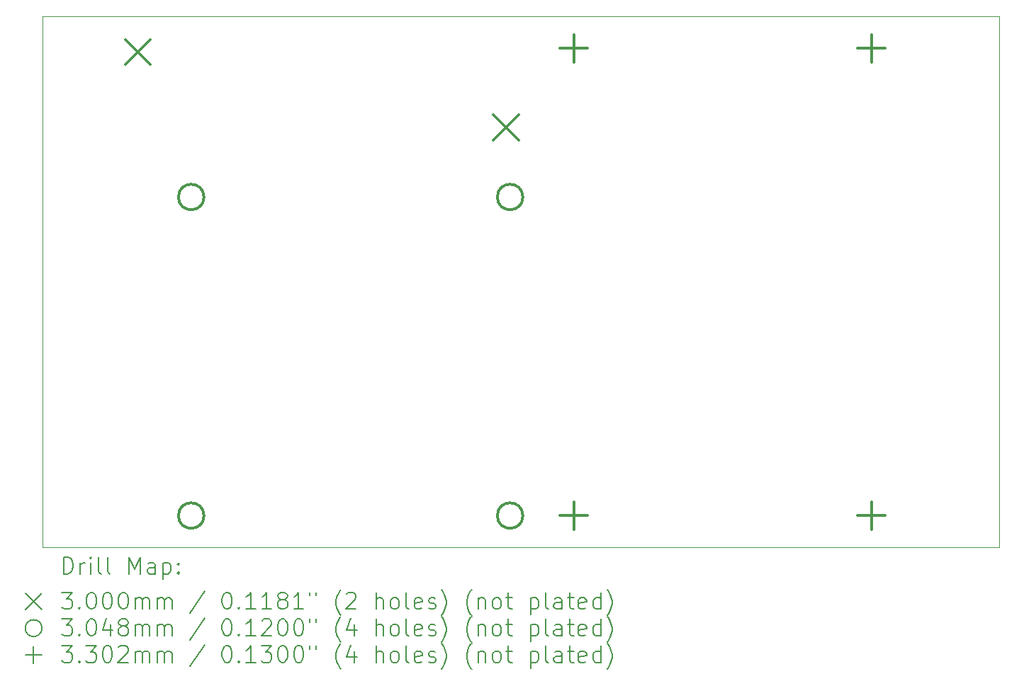
<source format=gbr>
%FSLAX45Y45*%
G04 Gerber Fmt 4.5, Leading zero omitted, Abs format (unit mm)*
G04 Created by KiCad (PCBNEW (6.0.5-0)) date 2022-08-12 12:05:39*
%MOMM*%
%LPD*%
G01*
G04 APERTURE LIST*
%TA.AperFunction,Profile*%
%ADD10C,0.100000*%
%TD*%
%ADD11C,0.200000*%
%ADD12C,0.300000*%
%ADD13C,0.304800*%
%ADD14C,0.330200*%
G04 APERTURE END LIST*
D10*
X9144000Y-6223000D02*
X20574000Y-6223000D01*
X20574000Y-6223000D02*
X20574000Y-12573000D01*
X20574000Y-12573000D02*
X9144000Y-12573000D01*
X9144000Y-12573000D02*
X9144000Y-6223000D01*
D11*
D12*
X10134100Y-6499300D02*
X10434100Y-6799300D01*
X10434100Y-6499300D02*
X10134100Y-6799300D01*
X14534100Y-7399300D02*
X14834100Y-7699300D01*
X14834100Y-7399300D02*
X14534100Y-7699300D01*
D13*
X11074400Y-8382000D02*
G75*
G03*
X11074400Y-8382000I-152400J0D01*
G01*
X11074400Y-12192000D02*
G75*
G03*
X11074400Y-12192000I-152400J0D01*
G01*
X14884400Y-8382000D02*
G75*
G03*
X14884400Y-8382000I-152400J0D01*
G01*
X14884400Y-12192000D02*
G75*
G03*
X14884400Y-12192000I-152400J0D01*
G01*
D14*
X15494000Y-6438900D02*
X15494000Y-6769100D01*
X15328900Y-6604000D02*
X15659100Y-6604000D01*
X15494000Y-12026900D02*
X15494000Y-12357100D01*
X15328900Y-12192000D02*
X15659100Y-12192000D01*
X19050000Y-6438900D02*
X19050000Y-6769100D01*
X18884900Y-6604000D02*
X19215100Y-6604000D01*
X19050000Y-12026900D02*
X19050000Y-12357100D01*
X18884900Y-12192000D02*
X19215100Y-12192000D01*
D11*
X9396619Y-12888476D02*
X9396619Y-12688476D01*
X9444238Y-12688476D01*
X9472810Y-12698000D01*
X9491857Y-12717048D01*
X9501381Y-12736095D01*
X9510905Y-12774190D01*
X9510905Y-12802762D01*
X9501381Y-12840857D01*
X9491857Y-12859905D01*
X9472810Y-12878952D01*
X9444238Y-12888476D01*
X9396619Y-12888476D01*
X9596619Y-12888476D02*
X9596619Y-12755143D01*
X9596619Y-12793238D02*
X9606143Y-12774190D01*
X9615667Y-12764667D01*
X9634714Y-12755143D01*
X9653762Y-12755143D01*
X9720429Y-12888476D02*
X9720429Y-12755143D01*
X9720429Y-12688476D02*
X9710905Y-12698000D01*
X9720429Y-12707524D01*
X9729952Y-12698000D01*
X9720429Y-12688476D01*
X9720429Y-12707524D01*
X9844238Y-12888476D02*
X9825190Y-12878952D01*
X9815667Y-12859905D01*
X9815667Y-12688476D01*
X9949000Y-12888476D02*
X9929952Y-12878952D01*
X9920429Y-12859905D01*
X9920429Y-12688476D01*
X10177571Y-12888476D02*
X10177571Y-12688476D01*
X10244238Y-12831333D01*
X10310905Y-12688476D01*
X10310905Y-12888476D01*
X10491857Y-12888476D02*
X10491857Y-12783714D01*
X10482333Y-12764667D01*
X10463286Y-12755143D01*
X10425190Y-12755143D01*
X10406143Y-12764667D01*
X10491857Y-12878952D02*
X10472810Y-12888476D01*
X10425190Y-12888476D01*
X10406143Y-12878952D01*
X10396619Y-12859905D01*
X10396619Y-12840857D01*
X10406143Y-12821809D01*
X10425190Y-12812286D01*
X10472810Y-12812286D01*
X10491857Y-12802762D01*
X10587095Y-12755143D02*
X10587095Y-12955143D01*
X10587095Y-12764667D02*
X10606143Y-12755143D01*
X10644238Y-12755143D01*
X10663286Y-12764667D01*
X10672810Y-12774190D01*
X10682333Y-12793238D01*
X10682333Y-12850381D01*
X10672810Y-12869428D01*
X10663286Y-12878952D01*
X10644238Y-12888476D01*
X10606143Y-12888476D01*
X10587095Y-12878952D01*
X10768048Y-12869428D02*
X10777571Y-12878952D01*
X10768048Y-12888476D01*
X10758524Y-12878952D01*
X10768048Y-12869428D01*
X10768048Y-12888476D01*
X10768048Y-12764667D02*
X10777571Y-12774190D01*
X10768048Y-12783714D01*
X10758524Y-12774190D01*
X10768048Y-12764667D01*
X10768048Y-12783714D01*
X8939000Y-13118000D02*
X9139000Y-13318000D01*
X9139000Y-13118000D02*
X8939000Y-13318000D01*
X9377571Y-13108476D02*
X9501381Y-13108476D01*
X9434714Y-13184667D01*
X9463286Y-13184667D01*
X9482333Y-13194190D01*
X9491857Y-13203714D01*
X9501381Y-13222762D01*
X9501381Y-13270381D01*
X9491857Y-13289428D01*
X9482333Y-13298952D01*
X9463286Y-13308476D01*
X9406143Y-13308476D01*
X9387095Y-13298952D01*
X9377571Y-13289428D01*
X9587095Y-13289428D02*
X9596619Y-13298952D01*
X9587095Y-13308476D01*
X9577571Y-13298952D01*
X9587095Y-13289428D01*
X9587095Y-13308476D01*
X9720429Y-13108476D02*
X9739476Y-13108476D01*
X9758524Y-13118000D01*
X9768048Y-13127524D01*
X9777571Y-13146571D01*
X9787095Y-13184667D01*
X9787095Y-13232286D01*
X9777571Y-13270381D01*
X9768048Y-13289428D01*
X9758524Y-13298952D01*
X9739476Y-13308476D01*
X9720429Y-13308476D01*
X9701381Y-13298952D01*
X9691857Y-13289428D01*
X9682333Y-13270381D01*
X9672810Y-13232286D01*
X9672810Y-13184667D01*
X9682333Y-13146571D01*
X9691857Y-13127524D01*
X9701381Y-13118000D01*
X9720429Y-13108476D01*
X9910905Y-13108476D02*
X9929952Y-13108476D01*
X9949000Y-13118000D01*
X9958524Y-13127524D01*
X9968048Y-13146571D01*
X9977571Y-13184667D01*
X9977571Y-13232286D01*
X9968048Y-13270381D01*
X9958524Y-13289428D01*
X9949000Y-13298952D01*
X9929952Y-13308476D01*
X9910905Y-13308476D01*
X9891857Y-13298952D01*
X9882333Y-13289428D01*
X9872810Y-13270381D01*
X9863286Y-13232286D01*
X9863286Y-13184667D01*
X9872810Y-13146571D01*
X9882333Y-13127524D01*
X9891857Y-13118000D01*
X9910905Y-13108476D01*
X10101381Y-13108476D02*
X10120429Y-13108476D01*
X10139476Y-13118000D01*
X10149000Y-13127524D01*
X10158524Y-13146571D01*
X10168048Y-13184667D01*
X10168048Y-13232286D01*
X10158524Y-13270381D01*
X10149000Y-13289428D01*
X10139476Y-13298952D01*
X10120429Y-13308476D01*
X10101381Y-13308476D01*
X10082333Y-13298952D01*
X10072810Y-13289428D01*
X10063286Y-13270381D01*
X10053762Y-13232286D01*
X10053762Y-13184667D01*
X10063286Y-13146571D01*
X10072810Y-13127524D01*
X10082333Y-13118000D01*
X10101381Y-13108476D01*
X10253762Y-13308476D02*
X10253762Y-13175143D01*
X10253762Y-13194190D02*
X10263286Y-13184667D01*
X10282333Y-13175143D01*
X10310905Y-13175143D01*
X10329952Y-13184667D01*
X10339476Y-13203714D01*
X10339476Y-13308476D01*
X10339476Y-13203714D02*
X10349000Y-13184667D01*
X10368048Y-13175143D01*
X10396619Y-13175143D01*
X10415667Y-13184667D01*
X10425190Y-13203714D01*
X10425190Y-13308476D01*
X10520429Y-13308476D02*
X10520429Y-13175143D01*
X10520429Y-13194190D02*
X10529952Y-13184667D01*
X10549000Y-13175143D01*
X10577571Y-13175143D01*
X10596619Y-13184667D01*
X10606143Y-13203714D01*
X10606143Y-13308476D01*
X10606143Y-13203714D02*
X10615667Y-13184667D01*
X10634714Y-13175143D01*
X10663286Y-13175143D01*
X10682333Y-13184667D01*
X10691857Y-13203714D01*
X10691857Y-13308476D01*
X11082333Y-13098952D02*
X10910905Y-13356095D01*
X11339476Y-13108476D02*
X11358524Y-13108476D01*
X11377571Y-13118000D01*
X11387095Y-13127524D01*
X11396619Y-13146571D01*
X11406143Y-13184667D01*
X11406143Y-13232286D01*
X11396619Y-13270381D01*
X11387095Y-13289428D01*
X11377571Y-13298952D01*
X11358524Y-13308476D01*
X11339476Y-13308476D01*
X11320428Y-13298952D01*
X11310905Y-13289428D01*
X11301381Y-13270381D01*
X11291857Y-13232286D01*
X11291857Y-13184667D01*
X11301381Y-13146571D01*
X11310905Y-13127524D01*
X11320428Y-13118000D01*
X11339476Y-13108476D01*
X11491857Y-13289428D02*
X11501381Y-13298952D01*
X11491857Y-13308476D01*
X11482333Y-13298952D01*
X11491857Y-13289428D01*
X11491857Y-13308476D01*
X11691857Y-13308476D02*
X11577571Y-13308476D01*
X11634714Y-13308476D02*
X11634714Y-13108476D01*
X11615667Y-13137048D01*
X11596619Y-13156095D01*
X11577571Y-13165619D01*
X11882333Y-13308476D02*
X11768048Y-13308476D01*
X11825190Y-13308476D02*
X11825190Y-13108476D01*
X11806143Y-13137048D01*
X11787095Y-13156095D01*
X11768048Y-13165619D01*
X11996619Y-13194190D02*
X11977571Y-13184667D01*
X11968048Y-13175143D01*
X11958524Y-13156095D01*
X11958524Y-13146571D01*
X11968048Y-13127524D01*
X11977571Y-13118000D01*
X11996619Y-13108476D01*
X12034714Y-13108476D01*
X12053762Y-13118000D01*
X12063286Y-13127524D01*
X12072809Y-13146571D01*
X12072809Y-13156095D01*
X12063286Y-13175143D01*
X12053762Y-13184667D01*
X12034714Y-13194190D01*
X11996619Y-13194190D01*
X11977571Y-13203714D01*
X11968048Y-13213238D01*
X11958524Y-13232286D01*
X11958524Y-13270381D01*
X11968048Y-13289428D01*
X11977571Y-13298952D01*
X11996619Y-13308476D01*
X12034714Y-13308476D01*
X12053762Y-13298952D01*
X12063286Y-13289428D01*
X12072809Y-13270381D01*
X12072809Y-13232286D01*
X12063286Y-13213238D01*
X12053762Y-13203714D01*
X12034714Y-13194190D01*
X12263286Y-13308476D02*
X12149000Y-13308476D01*
X12206143Y-13308476D02*
X12206143Y-13108476D01*
X12187095Y-13137048D01*
X12168048Y-13156095D01*
X12149000Y-13165619D01*
X12339476Y-13108476D02*
X12339476Y-13146571D01*
X12415667Y-13108476D02*
X12415667Y-13146571D01*
X12710905Y-13384667D02*
X12701381Y-13375143D01*
X12682333Y-13346571D01*
X12672809Y-13327524D01*
X12663286Y-13298952D01*
X12653762Y-13251333D01*
X12653762Y-13213238D01*
X12663286Y-13165619D01*
X12672809Y-13137048D01*
X12682333Y-13118000D01*
X12701381Y-13089428D01*
X12710905Y-13079905D01*
X12777571Y-13127524D02*
X12787095Y-13118000D01*
X12806143Y-13108476D01*
X12853762Y-13108476D01*
X12872809Y-13118000D01*
X12882333Y-13127524D01*
X12891857Y-13146571D01*
X12891857Y-13165619D01*
X12882333Y-13194190D01*
X12768048Y-13308476D01*
X12891857Y-13308476D01*
X13129952Y-13308476D02*
X13129952Y-13108476D01*
X13215667Y-13308476D02*
X13215667Y-13203714D01*
X13206143Y-13184667D01*
X13187095Y-13175143D01*
X13158524Y-13175143D01*
X13139476Y-13184667D01*
X13129952Y-13194190D01*
X13339476Y-13308476D02*
X13320428Y-13298952D01*
X13310905Y-13289428D01*
X13301381Y-13270381D01*
X13301381Y-13213238D01*
X13310905Y-13194190D01*
X13320428Y-13184667D01*
X13339476Y-13175143D01*
X13368048Y-13175143D01*
X13387095Y-13184667D01*
X13396619Y-13194190D01*
X13406143Y-13213238D01*
X13406143Y-13270381D01*
X13396619Y-13289428D01*
X13387095Y-13298952D01*
X13368048Y-13308476D01*
X13339476Y-13308476D01*
X13520428Y-13308476D02*
X13501381Y-13298952D01*
X13491857Y-13279905D01*
X13491857Y-13108476D01*
X13672809Y-13298952D02*
X13653762Y-13308476D01*
X13615667Y-13308476D01*
X13596619Y-13298952D01*
X13587095Y-13279905D01*
X13587095Y-13203714D01*
X13596619Y-13184667D01*
X13615667Y-13175143D01*
X13653762Y-13175143D01*
X13672809Y-13184667D01*
X13682333Y-13203714D01*
X13682333Y-13222762D01*
X13587095Y-13241809D01*
X13758524Y-13298952D02*
X13777571Y-13308476D01*
X13815667Y-13308476D01*
X13834714Y-13298952D01*
X13844238Y-13279905D01*
X13844238Y-13270381D01*
X13834714Y-13251333D01*
X13815667Y-13241809D01*
X13787095Y-13241809D01*
X13768048Y-13232286D01*
X13758524Y-13213238D01*
X13758524Y-13203714D01*
X13768048Y-13184667D01*
X13787095Y-13175143D01*
X13815667Y-13175143D01*
X13834714Y-13184667D01*
X13910905Y-13384667D02*
X13920428Y-13375143D01*
X13939476Y-13346571D01*
X13949000Y-13327524D01*
X13958524Y-13298952D01*
X13968048Y-13251333D01*
X13968048Y-13213238D01*
X13958524Y-13165619D01*
X13949000Y-13137048D01*
X13939476Y-13118000D01*
X13920428Y-13089428D01*
X13910905Y-13079905D01*
X14272809Y-13384667D02*
X14263286Y-13375143D01*
X14244238Y-13346571D01*
X14234714Y-13327524D01*
X14225190Y-13298952D01*
X14215667Y-13251333D01*
X14215667Y-13213238D01*
X14225190Y-13165619D01*
X14234714Y-13137048D01*
X14244238Y-13118000D01*
X14263286Y-13089428D01*
X14272809Y-13079905D01*
X14349000Y-13175143D02*
X14349000Y-13308476D01*
X14349000Y-13194190D02*
X14358524Y-13184667D01*
X14377571Y-13175143D01*
X14406143Y-13175143D01*
X14425190Y-13184667D01*
X14434714Y-13203714D01*
X14434714Y-13308476D01*
X14558524Y-13308476D02*
X14539476Y-13298952D01*
X14529952Y-13289428D01*
X14520428Y-13270381D01*
X14520428Y-13213238D01*
X14529952Y-13194190D01*
X14539476Y-13184667D01*
X14558524Y-13175143D01*
X14587095Y-13175143D01*
X14606143Y-13184667D01*
X14615667Y-13194190D01*
X14625190Y-13213238D01*
X14625190Y-13270381D01*
X14615667Y-13289428D01*
X14606143Y-13298952D01*
X14587095Y-13308476D01*
X14558524Y-13308476D01*
X14682333Y-13175143D02*
X14758524Y-13175143D01*
X14710905Y-13108476D02*
X14710905Y-13279905D01*
X14720428Y-13298952D01*
X14739476Y-13308476D01*
X14758524Y-13308476D01*
X14977571Y-13175143D02*
X14977571Y-13375143D01*
X14977571Y-13184667D02*
X14996619Y-13175143D01*
X15034714Y-13175143D01*
X15053762Y-13184667D01*
X15063286Y-13194190D01*
X15072809Y-13213238D01*
X15072809Y-13270381D01*
X15063286Y-13289428D01*
X15053762Y-13298952D01*
X15034714Y-13308476D01*
X14996619Y-13308476D01*
X14977571Y-13298952D01*
X15187095Y-13308476D02*
X15168048Y-13298952D01*
X15158524Y-13279905D01*
X15158524Y-13108476D01*
X15349000Y-13308476D02*
X15349000Y-13203714D01*
X15339476Y-13184667D01*
X15320428Y-13175143D01*
X15282333Y-13175143D01*
X15263286Y-13184667D01*
X15349000Y-13298952D02*
X15329952Y-13308476D01*
X15282333Y-13308476D01*
X15263286Y-13298952D01*
X15253762Y-13279905D01*
X15253762Y-13260857D01*
X15263286Y-13241809D01*
X15282333Y-13232286D01*
X15329952Y-13232286D01*
X15349000Y-13222762D01*
X15415667Y-13175143D02*
X15491857Y-13175143D01*
X15444238Y-13108476D02*
X15444238Y-13279905D01*
X15453762Y-13298952D01*
X15472809Y-13308476D01*
X15491857Y-13308476D01*
X15634714Y-13298952D02*
X15615667Y-13308476D01*
X15577571Y-13308476D01*
X15558524Y-13298952D01*
X15549000Y-13279905D01*
X15549000Y-13203714D01*
X15558524Y-13184667D01*
X15577571Y-13175143D01*
X15615667Y-13175143D01*
X15634714Y-13184667D01*
X15644238Y-13203714D01*
X15644238Y-13222762D01*
X15549000Y-13241809D01*
X15815667Y-13308476D02*
X15815667Y-13108476D01*
X15815667Y-13298952D02*
X15796619Y-13308476D01*
X15758524Y-13308476D01*
X15739476Y-13298952D01*
X15729952Y-13289428D01*
X15720428Y-13270381D01*
X15720428Y-13213238D01*
X15729952Y-13194190D01*
X15739476Y-13184667D01*
X15758524Y-13175143D01*
X15796619Y-13175143D01*
X15815667Y-13184667D01*
X15891857Y-13384667D02*
X15901381Y-13375143D01*
X15920428Y-13346571D01*
X15929952Y-13327524D01*
X15939476Y-13298952D01*
X15949000Y-13251333D01*
X15949000Y-13213238D01*
X15939476Y-13165619D01*
X15929952Y-13137048D01*
X15920428Y-13118000D01*
X15901381Y-13089428D01*
X15891857Y-13079905D01*
X9139000Y-13538000D02*
G75*
G03*
X9139000Y-13538000I-100000J0D01*
G01*
X9377571Y-13428476D02*
X9501381Y-13428476D01*
X9434714Y-13504667D01*
X9463286Y-13504667D01*
X9482333Y-13514190D01*
X9491857Y-13523714D01*
X9501381Y-13542762D01*
X9501381Y-13590381D01*
X9491857Y-13609428D01*
X9482333Y-13618952D01*
X9463286Y-13628476D01*
X9406143Y-13628476D01*
X9387095Y-13618952D01*
X9377571Y-13609428D01*
X9587095Y-13609428D02*
X9596619Y-13618952D01*
X9587095Y-13628476D01*
X9577571Y-13618952D01*
X9587095Y-13609428D01*
X9587095Y-13628476D01*
X9720429Y-13428476D02*
X9739476Y-13428476D01*
X9758524Y-13438000D01*
X9768048Y-13447524D01*
X9777571Y-13466571D01*
X9787095Y-13504667D01*
X9787095Y-13552286D01*
X9777571Y-13590381D01*
X9768048Y-13609428D01*
X9758524Y-13618952D01*
X9739476Y-13628476D01*
X9720429Y-13628476D01*
X9701381Y-13618952D01*
X9691857Y-13609428D01*
X9682333Y-13590381D01*
X9672810Y-13552286D01*
X9672810Y-13504667D01*
X9682333Y-13466571D01*
X9691857Y-13447524D01*
X9701381Y-13438000D01*
X9720429Y-13428476D01*
X9958524Y-13495143D02*
X9958524Y-13628476D01*
X9910905Y-13418952D02*
X9863286Y-13561809D01*
X9987095Y-13561809D01*
X10091857Y-13514190D02*
X10072810Y-13504667D01*
X10063286Y-13495143D01*
X10053762Y-13476095D01*
X10053762Y-13466571D01*
X10063286Y-13447524D01*
X10072810Y-13438000D01*
X10091857Y-13428476D01*
X10129952Y-13428476D01*
X10149000Y-13438000D01*
X10158524Y-13447524D01*
X10168048Y-13466571D01*
X10168048Y-13476095D01*
X10158524Y-13495143D01*
X10149000Y-13504667D01*
X10129952Y-13514190D01*
X10091857Y-13514190D01*
X10072810Y-13523714D01*
X10063286Y-13533238D01*
X10053762Y-13552286D01*
X10053762Y-13590381D01*
X10063286Y-13609428D01*
X10072810Y-13618952D01*
X10091857Y-13628476D01*
X10129952Y-13628476D01*
X10149000Y-13618952D01*
X10158524Y-13609428D01*
X10168048Y-13590381D01*
X10168048Y-13552286D01*
X10158524Y-13533238D01*
X10149000Y-13523714D01*
X10129952Y-13514190D01*
X10253762Y-13628476D02*
X10253762Y-13495143D01*
X10253762Y-13514190D02*
X10263286Y-13504667D01*
X10282333Y-13495143D01*
X10310905Y-13495143D01*
X10329952Y-13504667D01*
X10339476Y-13523714D01*
X10339476Y-13628476D01*
X10339476Y-13523714D02*
X10349000Y-13504667D01*
X10368048Y-13495143D01*
X10396619Y-13495143D01*
X10415667Y-13504667D01*
X10425190Y-13523714D01*
X10425190Y-13628476D01*
X10520429Y-13628476D02*
X10520429Y-13495143D01*
X10520429Y-13514190D02*
X10529952Y-13504667D01*
X10549000Y-13495143D01*
X10577571Y-13495143D01*
X10596619Y-13504667D01*
X10606143Y-13523714D01*
X10606143Y-13628476D01*
X10606143Y-13523714D02*
X10615667Y-13504667D01*
X10634714Y-13495143D01*
X10663286Y-13495143D01*
X10682333Y-13504667D01*
X10691857Y-13523714D01*
X10691857Y-13628476D01*
X11082333Y-13418952D02*
X10910905Y-13676095D01*
X11339476Y-13428476D02*
X11358524Y-13428476D01*
X11377571Y-13438000D01*
X11387095Y-13447524D01*
X11396619Y-13466571D01*
X11406143Y-13504667D01*
X11406143Y-13552286D01*
X11396619Y-13590381D01*
X11387095Y-13609428D01*
X11377571Y-13618952D01*
X11358524Y-13628476D01*
X11339476Y-13628476D01*
X11320428Y-13618952D01*
X11310905Y-13609428D01*
X11301381Y-13590381D01*
X11291857Y-13552286D01*
X11291857Y-13504667D01*
X11301381Y-13466571D01*
X11310905Y-13447524D01*
X11320428Y-13438000D01*
X11339476Y-13428476D01*
X11491857Y-13609428D02*
X11501381Y-13618952D01*
X11491857Y-13628476D01*
X11482333Y-13618952D01*
X11491857Y-13609428D01*
X11491857Y-13628476D01*
X11691857Y-13628476D02*
X11577571Y-13628476D01*
X11634714Y-13628476D02*
X11634714Y-13428476D01*
X11615667Y-13457048D01*
X11596619Y-13476095D01*
X11577571Y-13485619D01*
X11768048Y-13447524D02*
X11777571Y-13438000D01*
X11796619Y-13428476D01*
X11844238Y-13428476D01*
X11863286Y-13438000D01*
X11872809Y-13447524D01*
X11882333Y-13466571D01*
X11882333Y-13485619D01*
X11872809Y-13514190D01*
X11758524Y-13628476D01*
X11882333Y-13628476D01*
X12006143Y-13428476D02*
X12025190Y-13428476D01*
X12044238Y-13438000D01*
X12053762Y-13447524D01*
X12063286Y-13466571D01*
X12072809Y-13504667D01*
X12072809Y-13552286D01*
X12063286Y-13590381D01*
X12053762Y-13609428D01*
X12044238Y-13618952D01*
X12025190Y-13628476D01*
X12006143Y-13628476D01*
X11987095Y-13618952D01*
X11977571Y-13609428D01*
X11968048Y-13590381D01*
X11958524Y-13552286D01*
X11958524Y-13504667D01*
X11968048Y-13466571D01*
X11977571Y-13447524D01*
X11987095Y-13438000D01*
X12006143Y-13428476D01*
X12196619Y-13428476D02*
X12215667Y-13428476D01*
X12234714Y-13438000D01*
X12244238Y-13447524D01*
X12253762Y-13466571D01*
X12263286Y-13504667D01*
X12263286Y-13552286D01*
X12253762Y-13590381D01*
X12244238Y-13609428D01*
X12234714Y-13618952D01*
X12215667Y-13628476D01*
X12196619Y-13628476D01*
X12177571Y-13618952D01*
X12168048Y-13609428D01*
X12158524Y-13590381D01*
X12149000Y-13552286D01*
X12149000Y-13504667D01*
X12158524Y-13466571D01*
X12168048Y-13447524D01*
X12177571Y-13438000D01*
X12196619Y-13428476D01*
X12339476Y-13428476D02*
X12339476Y-13466571D01*
X12415667Y-13428476D02*
X12415667Y-13466571D01*
X12710905Y-13704667D02*
X12701381Y-13695143D01*
X12682333Y-13666571D01*
X12672809Y-13647524D01*
X12663286Y-13618952D01*
X12653762Y-13571333D01*
X12653762Y-13533238D01*
X12663286Y-13485619D01*
X12672809Y-13457048D01*
X12682333Y-13438000D01*
X12701381Y-13409428D01*
X12710905Y-13399905D01*
X12872809Y-13495143D02*
X12872809Y-13628476D01*
X12825190Y-13418952D02*
X12777571Y-13561809D01*
X12901381Y-13561809D01*
X13129952Y-13628476D02*
X13129952Y-13428476D01*
X13215667Y-13628476D02*
X13215667Y-13523714D01*
X13206143Y-13504667D01*
X13187095Y-13495143D01*
X13158524Y-13495143D01*
X13139476Y-13504667D01*
X13129952Y-13514190D01*
X13339476Y-13628476D02*
X13320428Y-13618952D01*
X13310905Y-13609428D01*
X13301381Y-13590381D01*
X13301381Y-13533238D01*
X13310905Y-13514190D01*
X13320428Y-13504667D01*
X13339476Y-13495143D01*
X13368048Y-13495143D01*
X13387095Y-13504667D01*
X13396619Y-13514190D01*
X13406143Y-13533238D01*
X13406143Y-13590381D01*
X13396619Y-13609428D01*
X13387095Y-13618952D01*
X13368048Y-13628476D01*
X13339476Y-13628476D01*
X13520428Y-13628476D02*
X13501381Y-13618952D01*
X13491857Y-13599905D01*
X13491857Y-13428476D01*
X13672809Y-13618952D02*
X13653762Y-13628476D01*
X13615667Y-13628476D01*
X13596619Y-13618952D01*
X13587095Y-13599905D01*
X13587095Y-13523714D01*
X13596619Y-13504667D01*
X13615667Y-13495143D01*
X13653762Y-13495143D01*
X13672809Y-13504667D01*
X13682333Y-13523714D01*
X13682333Y-13542762D01*
X13587095Y-13561809D01*
X13758524Y-13618952D02*
X13777571Y-13628476D01*
X13815667Y-13628476D01*
X13834714Y-13618952D01*
X13844238Y-13599905D01*
X13844238Y-13590381D01*
X13834714Y-13571333D01*
X13815667Y-13561809D01*
X13787095Y-13561809D01*
X13768048Y-13552286D01*
X13758524Y-13533238D01*
X13758524Y-13523714D01*
X13768048Y-13504667D01*
X13787095Y-13495143D01*
X13815667Y-13495143D01*
X13834714Y-13504667D01*
X13910905Y-13704667D02*
X13920428Y-13695143D01*
X13939476Y-13666571D01*
X13949000Y-13647524D01*
X13958524Y-13618952D01*
X13968048Y-13571333D01*
X13968048Y-13533238D01*
X13958524Y-13485619D01*
X13949000Y-13457048D01*
X13939476Y-13438000D01*
X13920428Y-13409428D01*
X13910905Y-13399905D01*
X14272809Y-13704667D02*
X14263286Y-13695143D01*
X14244238Y-13666571D01*
X14234714Y-13647524D01*
X14225190Y-13618952D01*
X14215667Y-13571333D01*
X14215667Y-13533238D01*
X14225190Y-13485619D01*
X14234714Y-13457048D01*
X14244238Y-13438000D01*
X14263286Y-13409428D01*
X14272809Y-13399905D01*
X14349000Y-13495143D02*
X14349000Y-13628476D01*
X14349000Y-13514190D02*
X14358524Y-13504667D01*
X14377571Y-13495143D01*
X14406143Y-13495143D01*
X14425190Y-13504667D01*
X14434714Y-13523714D01*
X14434714Y-13628476D01*
X14558524Y-13628476D02*
X14539476Y-13618952D01*
X14529952Y-13609428D01*
X14520428Y-13590381D01*
X14520428Y-13533238D01*
X14529952Y-13514190D01*
X14539476Y-13504667D01*
X14558524Y-13495143D01*
X14587095Y-13495143D01*
X14606143Y-13504667D01*
X14615667Y-13514190D01*
X14625190Y-13533238D01*
X14625190Y-13590381D01*
X14615667Y-13609428D01*
X14606143Y-13618952D01*
X14587095Y-13628476D01*
X14558524Y-13628476D01*
X14682333Y-13495143D02*
X14758524Y-13495143D01*
X14710905Y-13428476D02*
X14710905Y-13599905D01*
X14720428Y-13618952D01*
X14739476Y-13628476D01*
X14758524Y-13628476D01*
X14977571Y-13495143D02*
X14977571Y-13695143D01*
X14977571Y-13504667D02*
X14996619Y-13495143D01*
X15034714Y-13495143D01*
X15053762Y-13504667D01*
X15063286Y-13514190D01*
X15072809Y-13533238D01*
X15072809Y-13590381D01*
X15063286Y-13609428D01*
X15053762Y-13618952D01*
X15034714Y-13628476D01*
X14996619Y-13628476D01*
X14977571Y-13618952D01*
X15187095Y-13628476D02*
X15168048Y-13618952D01*
X15158524Y-13599905D01*
X15158524Y-13428476D01*
X15349000Y-13628476D02*
X15349000Y-13523714D01*
X15339476Y-13504667D01*
X15320428Y-13495143D01*
X15282333Y-13495143D01*
X15263286Y-13504667D01*
X15349000Y-13618952D02*
X15329952Y-13628476D01*
X15282333Y-13628476D01*
X15263286Y-13618952D01*
X15253762Y-13599905D01*
X15253762Y-13580857D01*
X15263286Y-13561809D01*
X15282333Y-13552286D01*
X15329952Y-13552286D01*
X15349000Y-13542762D01*
X15415667Y-13495143D02*
X15491857Y-13495143D01*
X15444238Y-13428476D02*
X15444238Y-13599905D01*
X15453762Y-13618952D01*
X15472809Y-13628476D01*
X15491857Y-13628476D01*
X15634714Y-13618952D02*
X15615667Y-13628476D01*
X15577571Y-13628476D01*
X15558524Y-13618952D01*
X15549000Y-13599905D01*
X15549000Y-13523714D01*
X15558524Y-13504667D01*
X15577571Y-13495143D01*
X15615667Y-13495143D01*
X15634714Y-13504667D01*
X15644238Y-13523714D01*
X15644238Y-13542762D01*
X15549000Y-13561809D01*
X15815667Y-13628476D02*
X15815667Y-13428476D01*
X15815667Y-13618952D02*
X15796619Y-13628476D01*
X15758524Y-13628476D01*
X15739476Y-13618952D01*
X15729952Y-13609428D01*
X15720428Y-13590381D01*
X15720428Y-13533238D01*
X15729952Y-13514190D01*
X15739476Y-13504667D01*
X15758524Y-13495143D01*
X15796619Y-13495143D01*
X15815667Y-13504667D01*
X15891857Y-13704667D02*
X15901381Y-13695143D01*
X15920428Y-13666571D01*
X15929952Y-13647524D01*
X15939476Y-13618952D01*
X15949000Y-13571333D01*
X15949000Y-13533238D01*
X15939476Y-13485619D01*
X15929952Y-13457048D01*
X15920428Y-13438000D01*
X15901381Y-13409428D01*
X15891857Y-13399905D01*
X9039000Y-13758000D02*
X9039000Y-13958000D01*
X8939000Y-13858000D02*
X9139000Y-13858000D01*
X9377571Y-13748476D02*
X9501381Y-13748476D01*
X9434714Y-13824667D01*
X9463286Y-13824667D01*
X9482333Y-13834190D01*
X9491857Y-13843714D01*
X9501381Y-13862762D01*
X9501381Y-13910381D01*
X9491857Y-13929428D01*
X9482333Y-13938952D01*
X9463286Y-13948476D01*
X9406143Y-13948476D01*
X9387095Y-13938952D01*
X9377571Y-13929428D01*
X9587095Y-13929428D02*
X9596619Y-13938952D01*
X9587095Y-13948476D01*
X9577571Y-13938952D01*
X9587095Y-13929428D01*
X9587095Y-13948476D01*
X9663286Y-13748476D02*
X9787095Y-13748476D01*
X9720429Y-13824667D01*
X9749000Y-13824667D01*
X9768048Y-13834190D01*
X9777571Y-13843714D01*
X9787095Y-13862762D01*
X9787095Y-13910381D01*
X9777571Y-13929428D01*
X9768048Y-13938952D01*
X9749000Y-13948476D01*
X9691857Y-13948476D01*
X9672810Y-13938952D01*
X9663286Y-13929428D01*
X9910905Y-13748476D02*
X9929952Y-13748476D01*
X9949000Y-13758000D01*
X9958524Y-13767524D01*
X9968048Y-13786571D01*
X9977571Y-13824667D01*
X9977571Y-13872286D01*
X9968048Y-13910381D01*
X9958524Y-13929428D01*
X9949000Y-13938952D01*
X9929952Y-13948476D01*
X9910905Y-13948476D01*
X9891857Y-13938952D01*
X9882333Y-13929428D01*
X9872810Y-13910381D01*
X9863286Y-13872286D01*
X9863286Y-13824667D01*
X9872810Y-13786571D01*
X9882333Y-13767524D01*
X9891857Y-13758000D01*
X9910905Y-13748476D01*
X10053762Y-13767524D02*
X10063286Y-13758000D01*
X10082333Y-13748476D01*
X10129952Y-13748476D01*
X10149000Y-13758000D01*
X10158524Y-13767524D01*
X10168048Y-13786571D01*
X10168048Y-13805619D01*
X10158524Y-13834190D01*
X10044238Y-13948476D01*
X10168048Y-13948476D01*
X10253762Y-13948476D02*
X10253762Y-13815143D01*
X10253762Y-13834190D02*
X10263286Y-13824667D01*
X10282333Y-13815143D01*
X10310905Y-13815143D01*
X10329952Y-13824667D01*
X10339476Y-13843714D01*
X10339476Y-13948476D01*
X10339476Y-13843714D02*
X10349000Y-13824667D01*
X10368048Y-13815143D01*
X10396619Y-13815143D01*
X10415667Y-13824667D01*
X10425190Y-13843714D01*
X10425190Y-13948476D01*
X10520429Y-13948476D02*
X10520429Y-13815143D01*
X10520429Y-13834190D02*
X10529952Y-13824667D01*
X10549000Y-13815143D01*
X10577571Y-13815143D01*
X10596619Y-13824667D01*
X10606143Y-13843714D01*
X10606143Y-13948476D01*
X10606143Y-13843714D02*
X10615667Y-13824667D01*
X10634714Y-13815143D01*
X10663286Y-13815143D01*
X10682333Y-13824667D01*
X10691857Y-13843714D01*
X10691857Y-13948476D01*
X11082333Y-13738952D02*
X10910905Y-13996095D01*
X11339476Y-13748476D02*
X11358524Y-13748476D01*
X11377571Y-13758000D01*
X11387095Y-13767524D01*
X11396619Y-13786571D01*
X11406143Y-13824667D01*
X11406143Y-13872286D01*
X11396619Y-13910381D01*
X11387095Y-13929428D01*
X11377571Y-13938952D01*
X11358524Y-13948476D01*
X11339476Y-13948476D01*
X11320428Y-13938952D01*
X11310905Y-13929428D01*
X11301381Y-13910381D01*
X11291857Y-13872286D01*
X11291857Y-13824667D01*
X11301381Y-13786571D01*
X11310905Y-13767524D01*
X11320428Y-13758000D01*
X11339476Y-13748476D01*
X11491857Y-13929428D02*
X11501381Y-13938952D01*
X11491857Y-13948476D01*
X11482333Y-13938952D01*
X11491857Y-13929428D01*
X11491857Y-13948476D01*
X11691857Y-13948476D02*
X11577571Y-13948476D01*
X11634714Y-13948476D02*
X11634714Y-13748476D01*
X11615667Y-13777048D01*
X11596619Y-13796095D01*
X11577571Y-13805619D01*
X11758524Y-13748476D02*
X11882333Y-13748476D01*
X11815667Y-13824667D01*
X11844238Y-13824667D01*
X11863286Y-13834190D01*
X11872809Y-13843714D01*
X11882333Y-13862762D01*
X11882333Y-13910381D01*
X11872809Y-13929428D01*
X11863286Y-13938952D01*
X11844238Y-13948476D01*
X11787095Y-13948476D01*
X11768048Y-13938952D01*
X11758524Y-13929428D01*
X12006143Y-13748476D02*
X12025190Y-13748476D01*
X12044238Y-13758000D01*
X12053762Y-13767524D01*
X12063286Y-13786571D01*
X12072809Y-13824667D01*
X12072809Y-13872286D01*
X12063286Y-13910381D01*
X12053762Y-13929428D01*
X12044238Y-13938952D01*
X12025190Y-13948476D01*
X12006143Y-13948476D01*
X11987095Y-13938952D01*
X11977571Y-13929428D01*
X11968048Y-13910381D01*
X11958524Y-13872286D01*
X11958524Y-13824667D01*
X11968048Y-13786571D01*
X11977571Y-13767524D01*
X11987095Y-13758000D01*
X12006143Y-13748476D01*
X12196619Y-13748476D02*
X12215667Y-13748476D01*
X12234714Y-13758000D01*
X12244238Y-13767524D01*
X12253762Y-13786571D01*
X12263286Y-13824667D01*
X12263286Y-13872286D01*
X12253762Y-13910381D01*
X12244238Y-13929428D01*
X12234714Y-13938952D01*
X12215667Y-13948476D01*
X12196619Y-13948476D01*
X12177571Y-13938952D01*
X12168048Y-13929428D01*
X12158524Y-13910381D01*
X12149000Y-13872286D01*
X12149000Y-13824667D01*
X12158524Y-13786571D01*
X12168048Y-13767524D01*
X12177571Y-13758000D01*
X12196619Y-13748476D01*
X12339476Y-13748476D02*
X12339476Y-13786571D01*
X12415667Y-13748476D02*
X12415667Y-13786571D01*
X12710905Y-14024667D02*
X12701381Y-14015143D01*
X12682333Y-13986571D01*
X12672809Y-13967524D01*
X12663286Y-13938952D01*
X12653762Y-13891333D01*
X12653762Y-13853238D01*
X12663286Y-13805619D01*
X12672809Y-13777048D01*
X12682333Y-13758000D01*
X12701381Y-13729428D01*
X12710905Y-13719905D01*
X12872809Y-13815143D02*
X12872809Y-13948476D01*
X12825190Y-13738952D02*
X12777571Y-13881809D01*
X12901381Y-13881809D01*
X13129952Y-13948476D02*
X13129952Y-13748476D01*
X13215667Y-13948476D02*
X13215667Y-13843714D01*
X13206143Y-13824667D01*
X13187095Y-13815143D01*
X13158524Y-13815143D01*
X13139476Y-13824667D01*
X13129952Y-13834190D01*
X13339476Y-13948476D02*
X13320428Y-13938952D01*
X13310905Y-13929428D01*
X13301381Y-13910381D01*
X13301381Y-13853238D01*
X13310905Y-13834190D01*
X13320428Y-13824667D01*
X13339476Y-13815143D01*
X13368048Y-13815143D01*
X13387095Y-13824667D01*
X13396619Y-13834190D01*
X13406143Y-13853238D01*
X13406143Y-13910381D01*
X13396619Y-13929428D01*
X13387095Y-13938952D01*
X13368048Y-13948476D01*
X13339476Y-13948476D01*
X13520428Y-13948476D02*
X13501381Y-13938952D01*
X13491857Y-13919905D01*
X13491857Y-13748476D01*
X13672809Y-13938952D02*
X13653762Y-13948476D01*
X13615667Y-13948476D01*
X13596619Y-13938952D01*
X13587095Y-13919905D01*
X13587095Y-13843714D01*
X13596619Y-13824667D01*
X13615667Y-13815143D01*
X13653762Y-13815143D01*
X13672809Y-13824667D01*
X13682333Y-13843714D01*
X13682333Y-13862762D01*
X13587095Y-13881809D01*
X13758524Y-13938952D02*
X13777571Y-13948476D01*
X13815667Y-13948476D01*
X13834714Y-13938952D01*
X13844238Y-13919905D01*
X13844238Y-13910381D01*
X13834714Y-13891333D01*
X13815667Y-13881809D01*
X13787095Y-13881809D01*
X13768048Y-13872286D01*
X13758524Y-13853238D01*
X13758524Y-13843714D01*
X13768048Y-13824667D01*
X13787095Y-13815143D01*
X13815667Y-13815143D01*
X13834714Y-13824667D01*
X13910905Y-14024667D02*
X13920428Y-14015143D01*
X13939476Y-13986571D01*
X13949000Y-13967524D01*
X13958524Y-13938952D01*
X13968048Y-13891333D01*
X13968048Y-13853238D01*
X13958524Y-13805619D01*
X13949000Y-13777048D01*
X13939476Y-13758000D01*
X13920428Y-13729428D01*
X13910905Y-13719905D01*
X14272809Y-14024667D02*
X14263286Y-14015143D01*
X14244238Y-13986571D01*
X14234714Y-13967524D01*
X14225190Y-13938952D01*
X14215667Y-13891333D01*
X14215667Y-13853238D01*
X14225190Y-13805619D01*
X14234714Y-13777048D01*
X14244238Y-13758000D01*
X14263286Y-13729428D01*
X14272809Y-13719905D01*
X14349000Y-13815143D02*
X14349000Y-13948476D01*
X14349000Y-13834190D02*
X14358524Y-13824667D01*
X14377571Y-13815143D01*
X14406143Y-13815143D01*
X14425190Y-13824667D01*
X14434714Y-13843714D01*
X14434714Y-13948476D01*
X14558524Y-13948476D02*
X14539476Y-13938952D01*
X14529952Y-13929428D01*
X14520428Y-13910381D01*
X14520428Y-13853238D01*
X14529952Y-13834190D01*
X14539476Y-13824667D01*
X14558524Y-13815143D01*
X14587095Y-13815143D01*
X14606143Y-13824667D01*
X14615667Y-13834190D01*
X14625190Y-13853238D01*
X14625190Y-13910381D01*
X14615667Y-13929428D01*
X14606143Y-13938952D01*
X14587095Y-13948476D01*
X14558524Y-13948476D01*
X14682333Y-13815143D02*
X14758524Y-13815143D01*
X14710905Y-13748476D02*
X14710905Y-13919905D01*
X14720428Y-13938952D01*
X14739476Y-13948476D01*
X14758524Y-13948476D01*
X14977571Y-13815143D02*
X14977571Y-14015143D01*
X14977571Y-13824667D02*
X14996619Y-13815143D01*
X15034714Y-13815143D01*
X15053762Y-13824667D01*
X15063286Y-13834190D01*
X15072809Y-13853238D01*
X15072809Y-13910381D01*
X15063286Y-13929428D01*
X15053762Y-13938952D01*
X15034714Y-13948476D01*
X14996619Y-13948476D01*
X14977571Y-13938952D01*
X15187095Y-13948476D02*
X15168048Y-13938952D01*
X15158524Y-13919905D01*
X15158524Y-13748476D01*
X15349000Y-13948476D02*
X15349000Y-13843714D01*
X15339476Y-13824667D01*
X15320428Y-13815143D01*
X15282333Y-13815143D01*
X15263286Y-13824667D01*
X15349000Y-13938952D02*
X15329952Y-13948476D01*
X15282333Y-13948476D01*
X15263286Y-13938952D01*
X15253762Y-13919905D01*
X15253762Y-13900857D01*
X15263286Y-13881809D01*
X15282333Y-13872286D01*
X15329952Y-13872286D01*
X15349000Y-13862762D01*
X15415667Y-13815143D02*
X15491857Y-13815143D01*
X15444238Y-13748476D02*
X15444238Y-13919905D01*
X15453762Y-13938952D01*
X15472809Y-13948476D01*
X15491857Y-13948476D01*
X15634714Y-13938952D02*
X15615667Y-13948476D01*
X15577571Y-13948476D01*
X15558524Y-13938952D01*
X15549000Y-13919905D01*
X15549000Y-13843714D01*
X15558524Y-13824667D01*
X15577571Y-13815143D01*
X15615667Y-13815143D01*
X15634714Y-13824667D01*
X15644238Y-13843714D01*
X15644238Y-13862762D01*
X15549000Y-13881809D01*
X15815667Y-13948476D02*
X15815667Y-13748476D01*
X15815667Y-13938952D02*
X15796619Y-13948476D01*
X15758524Y-13948476D01*
X15739476Y-13938952D01*
X15729952Y-13929428D01*
X15720428Y-13910381D01*
X15720428Y-13853238D01*
X15729952Y-13834190D01*
X15739476Y-13824667D01*
X15758524Y-13815143D01*
X15796619Y-13815143D01*
X15815667Y-13824667D01*
X15891857Y-14024667D02*
X15901381Y-14015143D01*
X15920428Y-13986571D01*
X15929952Y-13967524D01*
X15939476Y-13938952D01*
X15949000Y-13891333D01*
X15949000Y-13853238D01*
X15939476Y-13805619D01*
X15929952Y-13777048D01*
X15920428Y-13758000D01*
X15901381Y-13729428D01*
X15891857Y-13719905D01*
M02*

</source>
